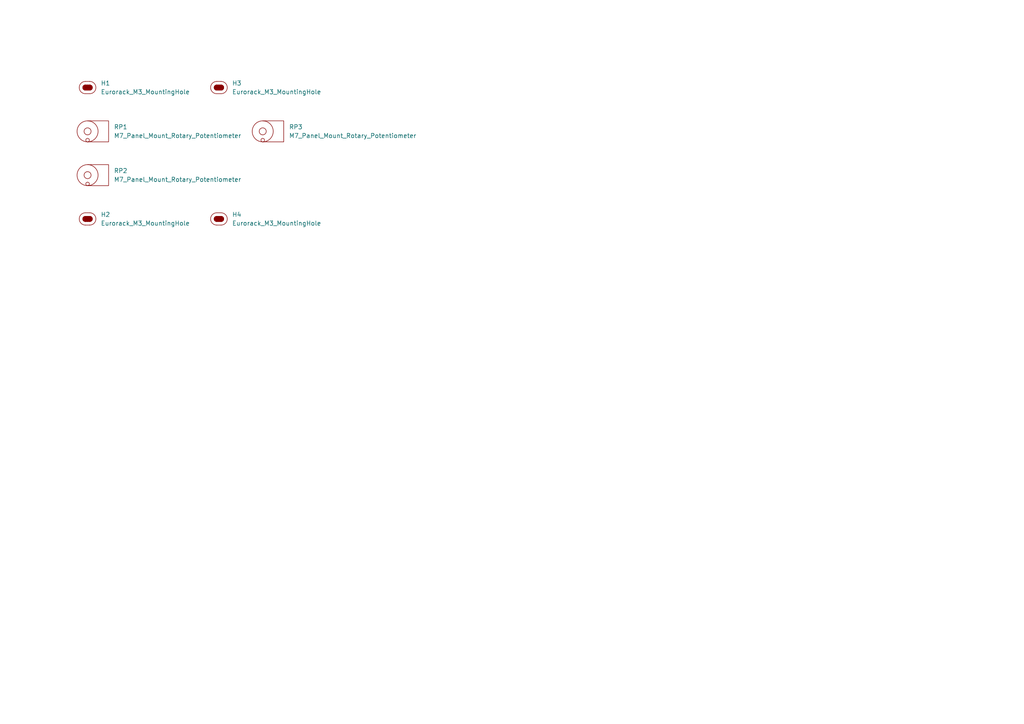
<source format=kicad_sch>
(kicad_sch (version 20250114) (generator "eeschema") (generator_version "9.0")
  (paper "A4")
  (lib_symbols
    (symbol "EXC:Eurorack_M3_MountingHole" (pin_names (offset 1.016))
      (property "Reference" "H" (at 0 5.08 0))
      (property "Value" "Eurorack_M3_MountingHole" (at 0 3.175 0))
      (symbol "Eurorack_M3_MountingHole_0_1"
        (polyline (pts (xy -0.635 0.762) (xy 0.635 0.762)))
        (circle (center -0.635 0) (radius 0.762) (fill (type outline)))
        (arc (start -0.635 -0.762) (mid -1.397 0) (end -0.635 0.762))
        (arc (start -0.635 -1.778) (mid -2.413 0) (end -0.635 1.778))
        (polyline (pts (xy -0.635 -0.762) (xy 0.635 -0.762)))
        (polyline (pts (xy -0.635 -1.778) (xy 0.635 -1.778)))
        (circle (center 0 0) (radius 0.762) (fill (type outline)))
        (polyline (pts (xy 0.635 1.778) (xy -0.635 1.778)))
        (arc (start 0.6141 1.778) (mid 2.4131 0) (end 0.6141 -1.778))
        (arc (start 0.6227 0.762) (mid 1.3971 0) (end 0.6227 -0.762))
        (circle (center 0.635 0) (radius 0.762) (fill (type outline)))
      )
    )
    (symbol "EXC:Rotary_Potentiometer_M7_Panel_Mount"
      (property "Reference" "RP" (at 0 4.064 0))
      (property "Value" "M7_Panel_Mount_Rotary_Potentiometer" (at 0 -4.318 0))
      (symbol "Rotary_Potentiometer_M7_Panel_Mount_0_1"
        (polyline (pts (xy 0 3.048) (xy 6.096 3.048) (xy 6.096 -3.048) (xy 0 -3.048)))
        (circle (center 0 0) (radius 1.016))
        (circle (center 0 0) (radius 3.048))
        (circle (center 0 -2.54) (radius 0.508))
      )
    )
  )
  (symbol (lib_id "EXC:Rotary_Potentiometer_M7_Panel_Mount") (at 76.2 38.1 0) (unit 1)
    (property "Reference" "RP3" (at 83.82 36.8299 0) (effects (justify left)))
    (property "Value" "M7_Panel_Mount_Rotary_Potentiometer" (at 83.82 39.3699 0) (effects (justify left)))
    (property "Footprint" "EXC:Rotary_Potentiometer_M7_Panel_Mount" (effects (hide yes)))
    (property "Datasheet" "https://cdn-shop.adafruit.com/product-files/562/p160.pdf" (effects (hide yes)))
    (property "Description" "An M7 panel-mounted linear potentiometer" (effects (hide yes)))
    (property "Source" "https://www.adafruit.com/product/562" (effects (hide yes)))
  )
  (symbol (lib_id "EXC:Eurorack_M3_MountingHole") (at 63.5 63.5 0) (unit 1)
    (property "Reference" "H4" (at 67.31 62.2299 0) (effects (justify left)))
    (property "Value" "Eurorack_M3_MountingHole" (at 67.31 64.7699 0) (effects (justify left)))
    (property "Footprint" "EXC:MountingHole_3.2mm_M3" (effects (hide yes)))
    (property "Description" "Mounting Hole without connection" (effects (hide yes)))
  )
  (symbol (lib_id "EXC:Rotary_Potentiometer_M7_Panel_Mount") (at 25.4 50.8 0) (unit 1)
    (property "Reference" "RP2" (at 33.02 49.5299 0) (effects (justify left)))
    (property "Value" "M7_Panel_Mount_Rotary_Potentiometer" (at 33.02 52.0699 0) (effects (justify left)))
    (property "Footprint" "EXC:Rotary_Potentiometer_M7_Panel_Mount" (effects (hide yes)))
    (property "Datasheet" "https://cdn-shop.adafruit.com/product-files/562/p160.pdf" (effects (hide yes)))
    (property "Description" "An M7 panel-mounted linear potentiometer" (effects (hide yes)))
    (property "Source" "https://www.adafruit.com/product/562" (effects (hide yes)))
  )
  (symbol (lib_id "EXC:Eurorack_M3_MountingHole") (at 63.5 25.4 0) (unit 1)
    (property "Reference" "H3" (at 67.31 24.1299 0) (effects (justify left)))
    (property "Value" "Eurorack_M3_MountingHole" (at 67.31 26.6699 0) (effects (justify left)))
    (property "Footprint" "EXC:MountingHole_3.2mm_M3" (effects (hide yes)))
    (property "Description" "Mounting Hole without connection" (effects (hide yes)))
  )
  (symbol (lib_id "EXC:Rotary_Potentiometer_M7_Panel_Mount") (at 25.4 38.1 0) (unit 1)
    (property "Reference" "RP1" (at 33.02 36.8299 0) (effects (justify left)))
    (property "Value" "M7_Panel_Mount_Rotary_Potentiometer" (at 33.02 39.3699 0) (effects (justify left)))
    (property "Footprint" "EXC:Rotary_Potentiometer_M7_Panel_Mount" (effects (hide yes)))
    (property "Datasheet" "https://cdn-shop.adafruit.com/product-files/562/p160.pdf" (effects (hide yes)))
    (property "Description" "An M7 panel-mounted linear potentiometer" (effects (hide yes)))
    (property "Source" "https://www.adafruit.com/product/562" (effects (hide yes)))
  )
  (symbol (lib_id "EXC:Eurorack_M3_MountingHole") (at 25.4 25.4 0) (unit 1)
    (property "Reference" "H1" (at 29.21 24.1299 0) (effects (justify left)))
    (property "Value" "Eurorack_M3_MountingHole" (at 29.21 26.6699 0) (effects (justify left)))
    (property "Footprint" "EXC:MountingHole_3.2mm_M3" (effects (hide yes)))
    (property "Description" "Mounting Hole without connection" (effects (hide yes)))
  )
  (symbol (lib_id "EXC:Eurorack_M3_MountingHole") (at 25.4 63.5 0) (unit 1)
    (property "Reference" "H2" (at 29.21 62.2299 0) (effects (justify left)))
    (property "Value" "Eurorack_M3_MountingHole" (at 29.21 64.7699 0) (effects (justify left)))
    (property "Footprint" "EXC:MountingHole_3.2mm_M3" (effects (hide yes)))
    (property "Description" "Mounting Hole without connection" (effects (hide yes)))
  )
)
</source>
